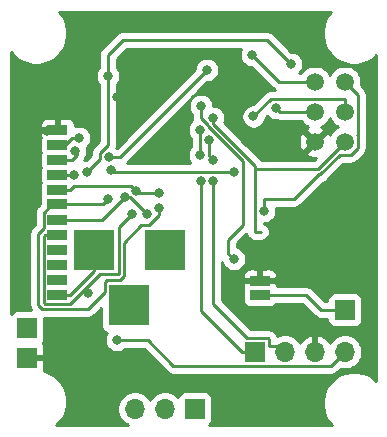
<source format=gbr>
G04 #@! TF.GenerationSoftware,KiCad,Pcbnew,(5.1.5)-3*
G04 #@! TF.CreationDate,2020-08-28T01:49:56-04:00*
G04 #@! TF.ProjectId,BikeLightComputer,42696b65-4c69-4676-9874-436f6d707574,rev?*
G04 #@! TF.SameCoordinates,Original*
G04 #@! TF.FileFunction,Copper,L2,Bot*
G04 #@! TF.FilePolarity,Positive*
%FSLAX46Y46*%
G04 Gerber Fmt 4.6, Leading zero omitted, Abs format (unit mm)*
G04 Created by KiCad (PCBNEW (5.1.5)-3) date 2020-08-28 01:49:56*
%MOMM*%
%LPD*%
G04 APERTURE LIST*
%ADD10R,1.676400X0.812800*%
%ADD11R,1.700000X1.700000*%
%ADD12O,1.700000X1.700000*%
%ADD13C,1.500000*%
%ADD14R,3.500000X3.500000*%
%ADD15C,0.800000*%
%ADD16C,0.250000*%
%ADD17C,0.254000*%
G04 APERTURE END LIST*
D10*
X165526720Y-83390740D03*
X148384260Y-70612000D03*
X148384260Y-74422000D03*
X148384260Y-83312000D03*
X148384260Y-79502000D03*
X148384260Y-78232000D03*
X148384260Y-76883260D03*
X148384260Y-73152000D03*
X148384260Y-84582000D03*
X165526720Y-84582000D03*
X148384260Y-71882000D03*
X148384260Y-75692000D03*
X148384260Y-80772000D03*
X148384260Y-82042000D03*
D11*
X172720000Y-85852000D03*
X145796000Y-87376000D03*
X145796000Y-89916000D03*
D12*
X172720000Y-89408000D03*
X170180000Y-89408000D03*
X167640000Y-89408000D03*
D11*
X165100000Y-89408000D03*
D13*
X172720000Y-66548000D03*
X172720000Y-69088000D03*
X172720000Y-71628000D03*
X170180000Y-66548000D03*
X170180000Y-69088000D03*
X170180000Y-71628000D03*
D12*
X154940000Y-94234000D03*
X157480000Y-94234000D03*
D11*
X160020000Y-94234000D03*
D14*
X154480000Y-85472000D03*
X151480000Y-80772000D03*
X157480000Y-80772000D03*
D15*
X156972000Y-72136000D03*
X153416000Y-67818000D03*
X156210000Y-64516000D03*
X147537010Y-70694654D03*
X156972000Y-67564000D03*
X163830000Y-70358000D03*
X165608000Y-81534000D03*
X164845992Y-64262000D03*
X153416004Y-88392000D03*
X154717141Y-77693601D03*
X151007660Y-84450340D03*
X150876000Y-74168000D03*
X152654000Y-66040000D03*
X168148000Y-65024000D03*
X152708440Y-72903336D03*
X161036000Y-65532000D03*
X163322000Y-74168000D03*
X152889699Y-74019479D03*
X163311530Y-81544470D03*
X160528000Y-68580000D03*
X161544000Y-74930000D03*
X161226017Y-71447747D03*
X161571571Y-73184832D03*
X160528000Y-74930000D03*
X160447002Y-72755729D03*
X160442581Y-70608696D03*
X154124551Y-76269191D03*
X165872011Y-77470000D03*
X155956000Y-77724000D03*
X155017376Y-75760057D03*
X156972000Y-75946000D03*
X164965690Y-69466991D03*
X161543993Y-69596007D03*
X152654000Y-76454000D03*
X157010001Y-77254001D03*
X166882351Y-68749418D03*
X149814998Y-74422000D03*
X150190626Y-71288054D03*
X149860000Y-72390000D03*
D16*
X149472460Y-84582000D02*
X148384260Y-84582000D01*
X151480000Y-82574460D02*
X149472460Y-84582000D01*
X151480000Y-80772000D02*
X151480000Y-82574460D01*
X148102695Y-70694654D02*
X147537010Y-70694654D01*
X148384260Y-70612000D02*
X148301606Y-70694654D01*
X148301606Y-70694654D02*
X148102695Y-70694654D01*
X165608000Y-83309460D02*
X165526720Y-83390740D01*
X165608000Y-81534000D02*
X165608000Y-83309460D01*
X148384260Y-79502000D02*
X147296060Y-79502000D01*
X147286059Y-85313401D02*
X149482461Y-85313401D01*
X147296060Y-79502000D02*
X147221059Y-79577001D01*
X147221059Y-79577001D02*
X147221059Y-85248401D01*
X147221059Y-85248401D02*
X147286059Y-85313401D01*
X149482461Y-85313401D02*
X150671931Y-84123931D01*
X167131992Y-66548000D02*
X165245991Y-64661999D01*
X165245991Y-64661999D02*
X164845992Y-64262000D01*
X170180000Y-66548000D02*
X167131992Y-66548000D01*
X156013685Y-88392000D02*
X153981689Y-88392000D01*
X158204686Y-90583001D02*
X156013685Y-88392000D01*
X153981689Y-88392000D02*
X153416004Y-88392000D01*
X172720000Y-89408000D02*
X171544999Y-90583001D01*
X171544999Y-90583001D02*
X158204686Y-90583001D01*
X153555001Y-78855741D02*
X154317142Y-78093600D01*
X151948861Y-82847001D02*
X153490001Y-82847001D01*
X153490001Y-82847001D02*
X153555001Y-82782001D01*
X150671931Y-84123931D02*
X151948861Y-82847001D01*
X154317142Y-78093600D02*
X154717141Y-77693601D01*
X153555001Y-82782001D02*
X153555001Y-78855741D01*
X150998340Y-84450340D02*
X151007660Y-84450340D01*
X150671931Y-84123931D02*
X150998340Y-84450340D01*
X151983438Y-72555334D02*
X152654000Y-71884772D01*
X151983438Y-73060562D02*
X151983438Y-72555334D01*
X150876000Y-74168000D02*
X151983438Y-73060562D01*
X152654000Y-69342000D02*
X152654000Y-66040000D01*
X152654000Y-71884772D02*
X152654000Y-69342000D01*
X152654000Y-66040000D02*
X152654000Y-64262000D01*
X152654000Y-64262000D02*
X153924000Y-62992000D01*
X153924000Y-62992000D02*
X166116000Y-62992000D01*
X166116000Y-62992000D02*
X168148000Y-65024000D01*
X160636001Y-65931999D02*
X161036000Y-65532000D01*
X152708440Y-72903336D02*
X153664664Y-72903336D01*
X153664664Y-72903336D02*
X160636001Y-65931999D01*
X163322000Y-74168000D02*
X153038220Y-74168000D01*
X153038220Y-74168000D02*
X152889699Y-74019479D01*
X164084000Y-78682996D02*
X164084000Y-73280411D01*
X162850998Y-79915998D02*
X164084000Y-78682996D01*
X160528000Y-69605320D02*
X160528000Y-69145685D01*
X160528000Y-69145685D02*
X160528000Y-68580000D01*
X162850998Y-81083938D02*
X162850998Y-79915998D01*
X161093982Y-70290393D02*
X161093982Y-70171302D01*
X161093982Y-70171302D02*
X160528000Y-69605320D01*
X163311530Y-81544470D02*
X162850998Y-81083938D01*
X164084000Y-73280411D02*
X161093982Y-70290393D01*
X165526720Y-84582000D02*
X169418000Y-84582000D01*
X170688000Y-85852000D02*
X172720000Y-85852000D01*
X169418000Y-84582000D02*
X170688000Y-85852000D01*
X166275001Y-88900000D02*
X167132000Y-88900000D01*
X167132000Y-88900000D02*
X167640000Y-89408000D01*
X161544000Y-85344000D02*
X164432999Y-88232999D01*
X161544000Y-74930000D02*
X161544000Y-85344000D01*
X166275001Y-88297999D02*
X166275001Y-88900000D01*
X164432999Y-88232999D02*
X166210001Y-88232999D01*
X166210001Y-88232999D02*
X166275001Y-88297999D01*
X161226017Y-71447747D02*
X161226017Y-72839278D01*
X161226017Y-72839278D02*
X161571571Y-73184832D01*
X164000000Y-89408000D02*
X160528000Y-85936000D01*
X165100000Y-89408000D02*
X164000000Y-89408000D01*
X160528000Y-85936000D02*
X160528000Y-74930000D01*
X160442581Y-72751308D02*
X160447002Y-72755729D01*
X160442581Y-70608696D02*
X160442581Y-72751308D01*
X148384260Y-78232000D02*
X152161742Y-78232000D01*
X152161742Y-78232000D02*
X154124551Y-76269191D01*
X155956000Y-77724000D02*
X154501191Y-76269191D01*
X154501191Y-76269191D02*
X154124551Y-76269191D01*
X165872011Y-76443989D02*
X165872011Y-77470000D01*
X173795001Y-71111999D02*
X173795001Y-72144001D01*
X173769501Y-71086499D02*
X173795001Y-71111999D01*
X173795001Y-67623001D02*
X173795001Y-71060999D01*
X173795001Y-72144001D02*
X173236001Y-72703001D01*
X173236001Y-72703001D02*
X172281409Y-72703001D01*
X172281409Y-72703001D02*
X170620401Y-74364009D01*
X173795001Y-71060999D02*
X173769501Y-71086499D01*
X170620401Y-74364009D02*
X170491991Y-74364009D01*
X172720000Y-66548000D02*
X173795001Y-67623001D01*
X170491991Y-74364009D02*
X168412011Y-76443989D01*
X168412011Y-76443989D02*
X165872011Y-76443989D01*
X148384260Y-75692000D02*
X149472460Y-75692000D01*
X154617377Y-75360058D02*
X155017376Y-75760057D01*
X149472460Y-75692000D02*
X149804402Y-75360058D01*
X149804402Y-75360058D02*
X154617377Y-75360058D01*
X155203319Y-75946000D02*
X155017376Y-75760057D01*
X156972000Y-75946000D02*
X155203319Y-75946000D01*
X172720000Y-68027340D02*
X172720000Y-69088000D01*
X172705659Y-68012999D02*
X172720000Y-68027340D01*
X166419682Y-68012999D02*
X172705659Y-68012999D01*
X164965690Y-69466991D02*
X166419682Y-68012999D01*
X161543993Y-70103993D02*
X161543993Y-69596007D01*
X165100000Y-73660000D02*
X161543993Y-70103993D01*
X165608000Y-79248000D02*
X165100000Y-79248000D01*
X170434000Y-73914000D02*
X165100000Y-73914000D01*
X172720000Y-71628000D02*
X170434000Y-73914000D01*
X165100000Y-79248000D02*
X165100000Y-73914000D01*
X165100000Y-73914000D02*
X165100000Y-73660000D01*
X148384260Y-76883260D02*
X152224740Y-76883260D01*
X152224740Y-76883260D02*
X152654000Y-76454000D01*
X167220933Y-69088000D02*
X166882351Y-68749418D01*
X170180000Y-69088000D02*
X167220933Y-69088000D01*
X147221059Y-78940592D02*
X146771049Y-79390601D01*
X146771049Y-79390601D02*
X146771050Y-85434802D01*
X147099659Y-85763411D02*
X150964589Y-85763411D01*
X155469999Y-78696999D02*
X156132688Y-78696999D01*
X147221059Y-77614661D02*
X147221059Y-78940592D01*
X157010001Y-77819686D02*
X157010001Y-77254001D01*
X154005012Y-82968401D02*
X154005012Y-80161986D01*
X148384260Y-76883260D02*
X147952460Y-76883260D01*
X152404999Y-84323001D02*
X152404999Y-83461999D01*
X153676401Y-83297012D02*
X154005012Y-82968401D01*
X150964589Y-85763411D02*
X152404999Y-84323001D01*
X156132688Y-78696999D02*
X157010001Y-77819686D01*
X152569986Y-83297012D02*
X153676401Y-83297012D01*
X152404999Y-83461999D02*
X152569986Y-83297012D01*
X147952460Y-76883260D02*
X147221059Y-77614661D01*
X154005012Y-80161986D02*
X155469999Y-78696999D01*
X146771050Y-85434802D02*
X147099659Y-85763411D01*
X148384260Y-74422000D02*
X149814998Y-74422000D01*
X149030995Y-71882000D02*
X149624941Y-71288054D01*
X149624941Y-71288054D02*
X150190626Y-71288054D01*
X148384260Y-71882000D02*
X149030995Y-71882000D01*
X149606000Y-73152000D02*
X150005999Y-72752001D01*
X150005999Y-72752001D02*
X150005999Y-72535999D01*
X148384260Y-73152000D02*
X149606000Y-73152000D01*
X150005999Y-72535999D02*
X149860000Y-72390000D01*
D17*
G36*
X171422852Y-60745904D02*
G01*
X171132735Y-61180095D01*
X170932899Y-61662542D01*
X170831024Y-62174705D01*
X170831024Y-62696901D01*
X170932899Y-63209064D01*
X171132735Y-63691511D01*
X171422852Y-64125702D01*
X171792101Y-64494951D01*
X172226292Y-64785068D01*
X172708739Y-64984904D01*
X173220902Y-65086779D01*
X173743098Y-65086779D01*
X174255261Y-64984904D01*
X174737708Y-64785068D01*
X175171899Y-64494951D01*
X175362000Y-64304850D01*
X175362001Y-91856954D01*
X175171899Y-91666852D01*
X174737708Y-91376735D01*
X174255261Y-91176899D01*
X173743098Y-91075024D01*
X173220902Y-91075024D01*
X172708739Y-91176899D01*
X172226292Y-91376735D01*
X171792101Y-91666852D01*
X171422852Y-92036101D01*
X171132735Y-92470292D01*
X170932899Y-92952739D01*
X170831024Y-93464902D01*
X170831024Y-93987098D01*
X170932899Y-94499261D01*
X171132735Y-94981708D01*
X171422852Y-95415899D01*
X171612953Y-95606000D01*
X161234896Y-95606000D01*
X161321185Y-95535185D01*
X161400537Y-95438494D01*
X161459502Y-95328180D01*
X161495812Y-95208482D01*
X161508072Y-95084000D01*
X161508072Y-93384000D01*
X161495812Y-93259518D01*
X161459502Y-93139820D01*
X161400537Y-93029506D01*
X161321185Y-92932815D01*
X161224494Y-92853463D01*
X161114180Y-92794498D01*
X160994482Y-92758188D01*
X160870000Y-92745928D01*
X159170000Y-92745928D01*
X159045518Y-92758188D01*
X158925820Y-92794498D01*
X158815506Y-92853463D01*
X158718815Y-92932815D01*
X158639463Y-93029506D01*
X158580498Y-93139820D01*
X158558487Y-93212380D01*
X158426632Y-93080525D01*
X158183411Y-92918010D01*
X157913158Y-92806068D01*
X157626260Y-92749000D01*
X157333740Y-92749000D01*
X157046842Y-92806068D01*
X156776589Y-92918010D01*
X156533368Y-93080525D01*
X156326525Y-93287368D01*
X156210000Y-93461760D01*
X156093475Y-93287368D01*
X155886632Y-93080525D01*
X155643411Y-92918010D01*
X155373158Y-92806068D01*
X155086260Y-92749000D01*
X154793740Y-92749000D01*
X154506842Y-92806068D01*
X154236589Y-92918010D01*
X153993368Y-93080525D01*
X153786525Y-93287368D01*
X153624010Y-93530589D01*
X153512068Y-93800842D01*
X153455000Y-94087740D01*
X153455000Y-94380260D01*
X153512068Y-94667158D01*
X153624010Y-94937411D01*
X153786525Y-95180632D01*
X153993368Y-95387475D01*
X154236589Y-95549990D01*
X154371810Y-95606000D01*
X148299170Y-95606000D01*
X148617148Y-95288022D01*
X148907265Y-94853831D01*
X149107101Y-94371384D01*
X149208976Y-93859221D01*
X149208976Y-93337025D01*
X149107101Y-92824862D01*
X148907265Y-92342415D01*
X148617148Y-91908224D01*
X148247899Y-91538975D01*
X147813708Y-91248858D01*
X147331261Y-91049022D01*
X147225938Y-91028072D01*
X147235502Y-91010180D01*
X147271812Y-90890482D01*
X147284072Y-90766000D01*
X147281000Y-90201750D01*
X147122250Y-90043000D01*
X145923000Y-90043000D01*
X145923000Y-90063000D01*
X145669000Y-90063000D01*
X145669000Y-90043000D01*
X145649000Y-90043000D01*
X145649000Y-89789000D01*
X145669000Y-89789000D01*
X145669000Y-89769000D01*
X145923000Y-89769000D01*
X145923000Y-89789000D01*
X147122250Y-89789000D01*
X147281000Y-89630250D01*
X147284072Y-89066000D01*
X147271812Y-88941518D01*
X147235502Y-88821820D01*
X147176537Y-88711506D01*
X147122778Y-88646000D01*
X147176537Y-88580494D01*
X147235502Y-88470180D01*
X147271812Y-88350482D01*
X147284072Y-88226000D01*
X147284072Y-86526000D01*
X147283817Y-86523411D01*
X150927267Y-86523411D01*
X150964589Y-86527087D01*
X151001911Y-86523411D01*
X151001922Y-86523411D01*
X151113575Y-86512414D01*
X151256836Y-86468957D01*
X151388865Y-86398385D01*
X151504590Y-86303412D01*
X151528393Y-86274408D01*
X152091928Y-85710873D01*
X152091928Y-87222000D01*
X152104188Y-87346482D01*
X152140498Y-87466180D01*
X152199463Y-87576494D01*
X152278815Y-87673185D01*
X152375506Y-87752537D01*
X152485820Y-87811502D01*
X152546747Y-87829984D01*
X152498799Y-87901744D01*
X152420778Y-88090102D01*
X152381004Y-88290061D01*
X152381004Y-88493939D01*
X152420778Y-88693898D01*
X152498799Y-88882256D01*
X152612067Y-89051774D01*
X152756230Y-89195937D01*
X152925748Y-89309205D01*
X153114106Y-89387226D01*
X153314065Y-89427000D01*
X153517943Y-89427000D01*
X153717902Y-89387226D01*
X153906260Y-89309205D01*
X154075778Y-89195937D01*
X154119715Y-89152000D01*
X155698884Y-89152000D01*
X157640887Y-91094004D01*
X157664685Y-91123002D01*
X157780410Y-91217975D01*
X157912439Y-91288547D01*
X158055700Y-91332004D01*
X158167353Y-91343001D01*
X158167362Y-91343001D01*
X158204685Y-91346677D01*
X158242008Y-91343001D01*
X171507677Y-91343001D01*
X171544999Y-91346677D01*
X171582321Y-91343001D01*
X171582332Y-91343001D01*
X171693985Y-91332004D01*
X171837246Y-91288547D01*
X171969275Y-91217975D01*
X172085000Y-91123002D01*
X172108803Y-91093998D01*
X172353592Y-90849209D01*
X172573740Y-90893000D01*
X172866260Y-90893000D01*
X173153158Y-90835932D01*
X173423411Y-90723990D01*
X173666632Y-90561475D01*
X173873475Y-90354632D01*
X174035990Y-90111411D01*
X174147932Y-89841158D01*
X174205000Y-89554260D01*
X174205000Y-89261740D01*
X174147932Y-88974842D01*
X174035990Y-88704589D01*
X173873475Y-88461368D01*
X173666632Y-88254525D01*
X173423411Y-88092010D01*
X173153158Y-87980068D01*
X172866260Y-87923000D01*
X172573740Y-87923000D01*
X172286842Y-87980068D01*
X172016589Y-88092010D01*
X171773368Y-88254525D01*
X171566525Y-88461368D01*
X171444805Y-88643534D01*
X171375178Y-88526645D01*
X171180269Y-88310412D01*
X170946920Y-88136359D01*
X170684099Y-88011175D01*
X170536890Y-87966524D01*
X170307000Y-88087845D01*
X170307000Y-89281000D01*
X170327000Y-89281000D01*
X170327000Y-89535000D01*
X170307000Y-89535000D01*
X170307000Y-89555000D01*
X170053000Y-89555000D01*
X170053000Y-89535000D01*
X170033000Y-89535000D01*
X170033000Y-89281000D01*
X170053000Y-89281000D01*
X170053000Y-88087845D01*
X169823110Y-87966524D01*
X169675901Y-88011175D01*
X169413080Y-88136359D01*
X169179731Y-88310412D01*
X168984822Y-88526645D01*
X168915195Y-88643534D01*
X168793475Y-88461368D01*
X168586632Y-88254525D01*
X168343411Y-88092010D01*
X168073158Y-87980068D01*
X167786260Y-87923000D01*
X167493740Y-87923000D01*
X167206842Y-87980068D01*
X166998885Y-88066206D01*
X166980547Y-88005752D01*
X166909975Y-87873723D01*
X166815002Y-87757998D01*
X166785999Y-87734196D01*
X166773805Y-87722002D01*
X166750002Y-87692998D01*
X166634277Y-87598025D01*
X166502248Y-87527453D01*
X166358987Y-87483996D01*
X166247334Y-87472999D01*
X166247323Y-87472999D01*
X166210001Y-87469323D01*
X166172679Y-87472999D01*
X164747801Y-87472999D01*
X162304000Y-85029199D01*
X162304000Y-83797140D01*
X164050448Y-83797140D01*
X164062708Y-83921622D01*
X164082349Y-83986370D01*
X164062708Y-84051118D01*
X164050448Y-84175600D01*
X164050448Y-84988400D01*
X164062708Y-85112882D01*
X164099018Y-85232580D01*
X164157983Y-85342894D01*
X164237335Y-85439585D01*
X164334026Y-85518937D01*
X164444340Y-85577902D01*
X164564038Y-85614212D01*
X164688520Y-85626472D01*
X166364920Y-85626472D01*
X166489402Y-85614212D01*
X166609100Y-85577902D01*
X166719414Y-85518937D01*
X166816105Y-85439585D01*
X166895457Y-85342894D01*
X166895935Y-85342000D01*
X169103199Y-85342000D01*
X170124201Y-86363003D01*
X170147999Y-86392001D01*
X170263724Y-86486974D01*
X170395753Y-86557546D01*
X170539014Y-86601003D01*
X170650667Y-86612000D01*
X170650676Y-86612000D01*
X170687999Y-86615676D01*
X170725322Y-86612000D01*
X171231928Y-86612000D01*
X171231928Y-86702000D01*
X171244188Y-86826482D01*
X171280498Y-86946180D01*
X171339463Y-87056494D01*
X171418815Y-87153185D01*
X171515506Y-87232537D01*
X171625820Y-87291502D01*
X171745518Y-87327812D01*
X171870000Y-87340072D01*
X173570000Y-87340072D01*
X173694482Y-87327812D01*
X173814180Y-87291502D01*
X173924494Y-87232537D01*
X174021185Y-87153185D01*
X174100537Y-87056494D01*
X174159502Y-86946180D01*
X174195812Y-86826482D01*
X174208072Y-86702000D01*
X174208072Y-85002000D01*
X174195812Y-84877518D01*
X174159502Y-84757820D01*
X174100537Y-84647506D01*
X174021185Y-84550815D01*
X173924494Y-84471463D01*
X173814180Y-84412498D01*
X173694482Y-84376188D01*
X173570000Y-84363928D01*
X171870000Y-84363928D01*
X171745518Y-84376188D01*
X171625820Y-84412498D01*
X171515506Y-84471463D01*
X171418815Y-84550815D01*
X171339463Y-84647506D01*
X171280498Y-84757820D01*
X171244188Y-84877518D01*
X171231928Y-85002000D01*
X171231928Y-85092000D01*
X171002802Y-85092000D01*
X169981804Y-84071003D01*
X169958001Y-84041999D01*
X169842276Y-83947026D01*
X169710247Y-83876454D01*
X169566986Y-83832997D01*
X169455333Y-83822000D01*
X169455322Y-83822000D01*
X169418000Y-83818324D01*
X169380678Y-83822000D01*
X167000544Y-83822000D01*
X167002992Y-83797140D01*
X166999920Y-83676490D01*
X166841170Y-83517740D01*
X165653720Y-83517740D01*
X165653720Y-83537528D01*
X165399720Y-83537528D01*
X165399720Y-83517740D01*
X164212270Y-83517740D01*
X164053520Y-83676490D01*
X164050448Y-83797140D01*
X162304000Y-83797140D01*
X162304000Y-82984340D01*
X164050448Y-82984340D01*
X164053520Y-83104990D01*
X164212270Y-83263740D01*
X165399720Y-83263740D01*
X165399720Y-82508090D01*
X165653720Y-82508090D01*
X165653720Y-83263740D01*
X166841170Y-83263740D01*
X166999920Y-83104990D01*
X167002992Y-82984340D01*
X166990732Y-82859858D01*
X166954422Y-82740160D01*
X166895457Y-82629846D01*
X166816105Y-82533155D01*
X166719414Y-82453803D01*
X166609100Y-82394838D01*
X166489402Y-82358528D01*
X166364920Y-82346268D01*
X165812470Y-82349340D01*
X165653720Y-82508090D01*
X165399720Y-82508090D01*
X165240970Y-82349340D01*
X164688520Y-82346268D01*
X164564038Y-82358528D01*
X164444340Y-82394838D01*
X164334026Y-82453803D01*
X164237335Y-82533155D01*
X164157983Y-82629846D01*
X164099018Y-82740160D01*
X164062708Y-82859858D01*
X164050448Y-82984340D01*
X162304000Y-82984340D01*
X162304000Y-81784511D01*
X162316304Y-81846368D01*
X162394325Y-82034726D01*
X162507593Y-82204244D01*
X162651756Y-82348407D01*
X162821274Y-82461675D01*
X163009632Y-82539696D01*
X163209591Y-82579470D01*
X163413469Y-82579470D01*
X163613428Y-82539696D01*
X163801786Y-82461675D01*
X163971304Y-82348407D01*
X164115467Y-82204244D01*
X164228735Y-82034726D01*
X164306756Y-81846368D01*
X164346530Y-81646409D01*
X164346530Y-81442531D01*
X164306756Y-81242572D01*
X164228735Y-81054214D01*
X164115467Y-80884696D01*
X163971304Y-80740533D01*
X163801786Y-80627265D01*
X163613428Y-80549244D01*
X163610998Y-80548761D01*
X163610998Y-80230799D01*
X164372832Y-79468966D01*
X164394454Y-79540247D01*
X164465026Y-79672276D01*
X164559999Y-79788001D01*
X164675724Y-79882974D01*
X164807753Y-79953546D01*
X164951014Y-79997003D01*
X165100000Y-80011677D01*
X165137333Y-80008000D01*
X165645333Y-80008000D01*
X165756986Y-79997003D01*
X165900247Y-79953546D01*
X166032276Y-79882974D01*
X166148001Y-79788001D01*
X166242974Y-79672276D01*
X166313546Y-79540247D01*
X166357003Y-79396986D01*
X166371677Y-79248000D01*
X166357003Y-79099014D01*
X166313546Y-78955753D01*
X166242974Y-78823724D01*
X166148001Y-78707999D01*
X166032276Y-78613026D01*
X165900247Y-78542454D01*
X165860000Y-78530245D01*
X165860000Y-78505000D01*
X165973950Y-78505000D01*
X166173909Y-78465226D01*
X166362267Y-78387205D01*
X166531785Y-78273937D01*
X166675948Y-78129774D01*
X166789216Y-77960256D01*
X166867237Y-77771898D01*
X166907011Y-77571939D01*
X166907011Y-77368061D01*
X166874375Y-77203989D01*
X168374689Y-77203989D01*
X168412011Y-77207665D01*
X168449333Y-77203989D01*
X168449344Y-77203989D01*
X168560997Y-77192992D01*
X168704258Y-77149535D01*
X168836287Y-77078963D01*
X168952012Y-76983990D01*
X168975815Y-76954986D01*
X170838866Y-75091936D01*
X170912648Y-75069555D01*
X171044677Y-74998983D01*
X171160402Y-74904010D01*
X171184205Y-74875006D01*
X172596211Y-73463001D01*
X173198679Y-73463001D01*
X173236001Y-73466677D01*
X173273323Y-73463001D01*
X173273334Y-73463001D01*
X173384987Y-73452004D01*
X173528248Y-73408547D01*
X173660277Y-73337975D01*
X173776002Y-73243002D01*
X173799804Y-73213999D01*
X174306008Y-72707796D01*
X174335002Y-72684002D01*
X174358796Y-72655009D01*
X174358800Y-72655005D01*
X174429974Y-72568278D01*
X174436893Y-72555334D01*
X174500547Y-72436248D01*
X174544004Y-72292987D01*
X174555001Y-72181334D01*
X174555001Y-72181325D01*
X174558677Y-72144002D01*
X174555001Y-72106679D01*
X174555001Y-71149321D01*
X174558677Y-71111998D01*
X174556166Y-71086499D01*
X174558677Y-71061000D01*
X174555001Y-71023677D01*
X174555001Y-67660323D01*
X174558677Y-67623001D01*
X174555001Y-67585678D01*
X174555001Y-67585668D01*
X174544004Y-67474015D01*
X174500547Y-67330754D01*
X174495758Y-67321794D01*
X174429975Y-67198724D01*
X174358800Y-67111998D01*
X174335002Y-67083000D01*
X174306005Y-67059203D01*
X174076167Y-66829365D01*
X174105000Y-66684411D01*
X174105000Y-66411589D01*
X174051775Y-66144011D01*
X173947371Y-65891957D01*
X173795799Y-65665114D01*
X173602886Y-65472201D01*
X173376043Y-65320629D01*
X173123989Y-65216225D01*
X172856411Y-65163000D01*
X172583589Y-65163000D01*
X172316011Y-65216225D01*
X172063957Y-65320629D01*
X171837114Y-65472201D01*
X171644201Y-65665114D01*
X171492629Y-65891957D01*
X171450000Y-65994873D01*
X171407371Y-65891957D01*
X171255799Y-65665114D01*
X171062886Y-65472201D01*
X170836043Y-65320629D01*
X170583989Y-65216225D01*
X170316411Y-65163000D01*
X170043589Y-65163000D01*
X169776011Y-65216225D01*
X169523957Y-65320629D01*
X169297114Y-65472201D01*
X169104201Y-65665114D01*
X169022091Y-65788000D01*
X168847711Y-65788000D01*
X168951937Y-65683774D01*
X169065205Y-65514256D01*
X169143226Y-65325898D01*
X169183000Y-65125939D01*
X169183000Y-64922061D01*
X169143226Y-64722102D01*
X169065205Y-64533744D01*
X168951937Y-64364226D01*
X168807774Y-64220063D01*
X168638256Y-64106795D01*
X168449898Y-64028774D01*
X168249939Y-63989000D01*
X168187802Y-63989000D01*
X166679804Y-62481003D01*
X166656001Y-62451999D01*
X166540276Y-62357026D01*
X166408247Y-62286454D01*
X166264986Y-62242997D01*
X166153333Y-62232000D01*
X166153322Y-62232000D01*
X166116000Y-62228324D01*
X166078678Y-62232000D01*
X153961322Y-62232000D01*
X153923999Y-62228324D01*
X153886676Y-62232000D01*
X153886667Y-62232000D01*
X153775014Y-62242997D01*
X153631753Y-62286454D01*
X153499724Y-62357026D01*
X153383999Y-62451999D01*
X153360201Y-62480997D01*
X152142998Y-63698201D01*
X152114000Y-63721999D01*
X152090202Y-63750997D01*
X152090201Y-63750998D01*
X152019026Y-63837724D01*
X151948454Y-63969754D01*
X151931082Y-64027025D01*
X151904998Y-64113014D01*
X151894001Y-64224667D01*
X151890324Y-64262000D01*
X151894001Y-64299332D01*
X151894000Y-65336289D01*
X151850063Y-65380226D01*
X151736795Y-65549744D01*
X151658774Y-65738102D01*
X151619000Y-65938061D01*
X151619000Y-66141939D01*
X151658774Y-66341898D01*
X151736795Y-66530256D01*
X151850063Y-66699774D01*
X151894001Y-66743712D01*
X151894000Y-69379332D01*
X151894001Y-69379342D01*
X151894000Y-71569970D01*
X151472436Y-71991535D01*
X151443438Y-72015333D01*
X151348464Y-72131058D01*
X151277892Y-72263087D01*
X151234435Y-72406348D01*
X151223438Y-72518001D01*
X151223438Y-72518012D01*
X151219762Y-72555334D01*
X151223438Y-72592656D01*
X151223438Y-72745760D01*
X150836199Y-73133000D01*
X150774061Y-73133000D01*
X150651024Y-73157473D01*
X150711545Y-73044248D01*
X150748059Y-72923877D01*
X150777205Y-72880256D01*
X150855226Y-72691898D01*
X150895000Y-72491939D01*
X150895000Y-72288061D01*
X150855226Y-72088102D01*
X150854952Y-72087439D01*
X150994563Y-71947828D01*
X151107831Y-71778310D01*
X151185852Y-71589952D01*
X151225626Y-71389993D01*
X151225626Y-71186115D01*
X151185852Y-70986156D01*
X151107831Y-70797798D01*
X150994563Y-70628280D01*
X150850400Y-70484117D01*
X150680882Y-70370849D01*
X150492524Y-70292828D01*
X150292565Y-70253054D01*
X150088687Y-70253054D01*
X149888728Y-70292828D01*
X149857987Y-70305562D01*
X149860532Y-70205600D01*
X149848272Y-70081118D01*
X149811962Y-69961420D01*
X149752997Y-69851106D01*
X149673645Y-69754415D01*
X149576954Y-69675063D01*
X149466640Y-69616098D01*
X149346942Y-69579788D01*
X149222460Y-69567528D01*
X148670010Y-69570600D01*
X148511260Y-69729350D01*
X148511260Y-70485000D01*
X148531260Y-70485000D01*
X148531260Y-70739000D01*
X148511260Y-70739000D01*
X148511260Y-70759000D01*
X148257260Y-70759000D01*
X148257260Y-70739000D01*
X147069810Y-70739000D01*
X146911060Y-70897750D01*
X146907988Y-71018400D01*
X146920248Y-71142882D01*
X146951832Y-71247000D01*
X146920248Y-71351118D01*
X146907988Y-71475600D01*
X146907988Y-72288400D01*
X146920248Y-72412882D01*
X146951832Y-72517000D01*
X146920248Y-72621118D01*
X146907988Y-72745600D01*
X146907988Y-73558400D01*
X146920248Y-73682882D01*
X146951832Y-73787000D01*
X146920248Y-73891118D01*
X146907988Y-74015600D01*
X146907988Y-74828400D01*
X146920248Y-74952882D01*
X146951832Y-75057000D01*
X146920248Y-75161118D01*
X146907988Y-75285600D01*
X146907988Y-76098400D01*
X146920248Y-76222882D01*
X146939889Y-76287630D01*
X146920248Y-76352378D01*
X146907988Y-76476860D01*
X146907988Y-76852931D01*
X146710061Y-77050858D01*
X146681058Y-77074660D01*
X146648658Y-77114140D01*
X146586085Y-77190385D01*
X146538353Y-77279685D01*
X146515513Y-77322415D01*
X146472056Y-77465676D01*
X146461059Y-77577329D01*
X146461059Y-77577339D01*
X146457383Y-77614661D01*
X146461059Y-77651984D01*
X146461060Y-78625789D01*
X146260042Y-78826806D01*
X146231048Y-78850601D01*
X146207254Y-78879594D01*
X146207250Y-78879598D01*
X146156017Y-78942027D01*
X146136075Y-78966326D01*
X146065503Y-79098355D01*
X146022046Y-79241616D01*
X146011049Y-79353269D01*
X146011049Y-79353278D01*
X146007373Y-79390601D01*
X146011049Y-79427926D01*
X146011051Y-85397470D01*
X146007374Y-85434802D01*
X146011051Y-85472134D01*
X146011051Y-85472135D01*
X146022048Y-85583788D01*
X146031342Y-85614426D01*
X146065504Y-85727048D01*
X146136076Y-85859078D01*
X146159753Y-85887928D01*
X144946000Y-85887928D01*
X144821518Y-85900188D01*
X144701820Y-85936498D01*
X144591506Y-85995463D01*
X144494815Y-86074815D01*
X144424000Y-86161104D01*
X144424000Y-70205600D01*
X146907988Y-70205600D01*
X146911060Y-70326250D01*
X147069810Y-70485000D01*
X148257260Y-70485000D01*
X148257260Y-69729350D01*
X148098510Y-69570600D01*
X147546060Y-69567528D01*
X147421578Y-69579788D01*
X147301880Y-69616098D01*
X147191566Y-69675063D01*
X147094875Y-69754415D01*
X147015523Y-69851106D01*
X146956558Y-69961420D01*
X146920248Y-70081118D01*
X146907988Y-70205600D01*
X144424000Y-70205600D01*
X144424000Y-64013678D01*
X144498852Y-64125702D01*
X144868101Y-64494951D01*
X145302292Y-64785068D01*
X145784739Y-64984904D01*
X146296902Y-65086779D01*
X146819098Y-65086779D01*
X147331261Y-64984904D01*
X147813708Y-64785068D01*
X148247899Y-64494951D01*
X148617148Y-64125702D01*
X148907265Y-63691511D01*
X149107101Y-63209064D01*
X149208976Y-62696901D01*
X149208976Y-62174705D01*
X149107101Y-61662542D01*
X148907265Y-61180095D01*
X148617148Y-60745904D01*
X148475244Y-60604000D01*
X171564756Y-60604000D01*
X171422852Y-60745904D01*
G37*
X171422852Y-60745904D02*
X171132735Y-61180095D01*
X170932899Y-61662542D01*
X170831024Y-62174705D01*
X170831024Y-62696901D01*
X170932899Y-63209064D01*
X171132735Y-63691511D01*
X171422852Y-64125702D01*
X171792101Y-64494951D01*
X172226292Y-64785068D01*
X172708739Y-64984904D01*
X173220902Y-65086779D01*
X173743098Y-65086779D01*
X174255261Y-64984904D01*
X174737708Y-64785068D01*
X175171899Y-64494951D01*
X175362000Y-64304850D01*
X175362001Y-91856954D01*
X175171899Y-91666852D01*
X174737708Y-91376735D01*
X174255261Y-91176899D01*
X173743098Y-91075024D01*
X173220902Y-91075024D01*
X172708739Y-91176899D01*
X172226292Y-91376735D01*
X171792101Y-91666852D01*
X171422852Y-92036101D01*
X171132735Y-92470292D01*
X170932899Y-92952739D01*
X170831024Y-93464902D01*
X170831024Y-93987098D01*
X170932899Y-94499261D01*
X171132735Y-94981708D01*
X171422852Y-95415899D01*
X171612953Y-95606000D01*
X161234896Y-95606000D01*
X161321185Y-95535185D01*
X161400537Y-95438494D01*
X161459502Y-95328180D01*
X161495812Y-95208482D01*
X161508072Y-95084000D01*
X161508072Y-93384000D01*
X161495812Y-93259518D01*
X161459502Y-93139820D01*
X161400537Y-93029506D01*
X161321185Y-92932815D01*
X161224494Y-92853463D01*
X161114180Y-92794498D01*
X160994482Y-92758188D01*
X160870000Y-92745928D01*
X159170000Y-92745928D01*
X159045518Y-92758188D01*
X158925820Y-92794498D01*
X158815506Y-92853463D01*
X158718815Y-92932815D01*
X158639463Y-93029506D01*
X158580498Y-93139820D01*
X158558487Y-93212380D01*
X158426632Y-93080525D01*
X158183411Y-92918010D01*
X157913158Y-92806068D01*
X157626260Y-92749000D01*
X157333740Y-92749000D01*
X157046842Y-92806068D01*
X156776589Y-92918010D01*
X156533368Y-93080525D01*
X156326525Y-93287368D01*
X156210000Y-93461760D01*
X156093475Y-93287368D01*
X155886632Y-93080525D01*
X155643411Y-92918010D01*
X155373158Y-92806068D01*
X155086260Y-92749000D01*
X154793740Y-92749000D01*
X154506842Y-92806068D01*
X154236589Y-92918010D01*
X153993368Y-93080525D01*
X153786525Y-93287368D01*
X153624010Y-93530589D01*
X153512068Y-93800842D01*
X153455000Y-94087740D01*
X153455000Y-94380260D01*
X153512068Y-94667158D01*
X153624010Y-94937411D01*
X153786525Y-95180632D01*
X153993368Y-95387475D01*
X154236589Y-95549990D01*
X154371810Y-95606000D01*
X148299170Y-95606000D01*
X148617148Y-95288022D01*
X148907265Y-94853831D01*
X149107101Y-94371384D01*
X149208976Y-93859221D01*
X149208976Y-93337025D01*
X149107101Y-92824862D01*
X148907265Y-92342415D01*
X148617148Y-91908224D01*
X148247899Y-91538975D01*
X147813708Y-91248858D01*
X147331261Y-91049022D01*
X147225938Y-91028072D01*
X147235502Y-91010180D01*
X147271812Y-90890482D01*
X147284072Y-90766000D01*
X147281000Y-90201750D01*
X147122250Y-90043000D01*
X145923000Y-90043000D01*
X145923000Y-90063000D01*
X145669000Y-90063000D01*
X145669000Y-90043000D01*
X145649000Y-90043000D01*
X145649000Y-89789000D01*
X145669000Y-89789000D01*
X145669000Y-89769000D01*
X145923000Y-89769000D01*
X145923000Y-89789000D01*
X147122250Y-89789000D01*
X147281000Y-89630250D01*
X147284072Y-89066000D01*
X147271812Y-88941518D01*
X147235502Y-88821820D01*
X147176537Y-88711506D01*
X147122778Y-88646000D01*
X147176537Y-88580494D01*
X147235502Y-88470180D01*
X147271812Y-88350482D01*
X147284072Y-88226000D01*
X147284072Y-86526000D01*
X147283817Y-86523411D01*
X150927267Y-86523411D01*
X150964589Y-86527087D01*
X151001911Y-86523411D01*
X151001922Y-86523411D01*
X151113575Y-86512414D01*
X151256836Y-86468957D01*
X151388865Y-86398385D01*
X151504590Y-86303412D01*
X151528393Y-86274408D01*
X152091928Y-85710873D01*
X152091928Y-87222000D01*
X152104188Y-87346482D01*
X152140498Y-87466180D01*
X152199463Y-87576494D01*
X152278815Y-87673185D01*
X152375506Y-87752537D01*
X152485820Y-87811502D01*
X152546747Y-87829984D01*
X152498799Y-87901744D01*
X152420778Y-88090102D01*
X152381004Y-88290061D01*
X152381004Y-88493939D01*
X152420778Y-88693898D01*
X152498799Y-88882256D01*
X152612067Y-89051774D01*
X152756230Y-89195937D01*
X152925748Y-89309205D01*
X153114106Y-89387226D01*
X153314065Y-89427000D01*
X153517943Y-89427000D01*
X153717902Y-89387226D01*
X153906260Y-89309205D01*
X154075778Y-89195937D01*
X154119715Y-89152000D01*
X155698884Y-89152000D01*
X157640887Y-91094004D01*
X157664685Y-91123002D01*
X157780410Y-91217975D01*
X157912439Y-91288547D01*
X158055700Y-91332004D01*
X158167353Y-91343001D01*
X158167362Y-91343001D01*
X158204685Y-91346677D01*
X158242008Y-91343001D01*
X171507677Y-91343001D01*
X171544999Y-91346677D01*
X171582321Y-91343001D01*
X171582332Y-91343001D01*
X171693985Y-91332004D01*
X171837246Y-91288547D01*
X171969275Y-91217975D01*
X172085000Y-91123002D01*
X172108803Y-91093998D01*
X172353592Y-90849209D01*
X172573740Y-90893000D01*
X172866260Y-90893000D01*
X173153158Y-90835932D01*
X173423411Y-90723990D01*
X173666632Y-90561475D01*
X173873475Y-90354632D01*
X174035990Y-90111411D01*
X174147932Y-89841158D01*
X174205000Y-89554260D01*
X174205000Y-89261740D01*
X174147932Y-88974842D01*
X174035990Y-88704589D01*
X173873475Y-88461368D01*
X173666632Y-88254525D01*
X173423411Y-88092010D01*
X173153158Y-87980068D01*
X172866260Y-87923000D01*
X172573740Y-87923000D01*
X172286842Y-87980068D01*
X172016589Y-88092010D01*
X171773368Y-88254525D01*
X171566525Y-88461368D01*
X171444805Y-88643534D01*
X171375178Y-88526645D01*
X171180269Y-88310412D01*
X170946920Y-88136359D01*
X170684099Y-88011175D01*
X170536890Y-87966524D01*
X170307000Y-88087845D01*
X170307000Y-89281000D01*
X170327000Y-89281000D01*
X170327000Y-89535000D01*
X170307000Y-89535000D01*
X170307000Y-89555000D01*
X170053000Y-89555000D01*
X170053000Y-89535000D01*
X170033000Y-89535000D01*
X170033000Y-89281000D01*
X170053000Y-89281000D01*
X170053000Y-88087845D01*
X169823110Y-87966524D01*
X169675901Y-88011175D01*
X169413080Y-88136359D01*
X169179731Y-88310412D01*
X168984822Y-88526645D01*
X168915195Y-88643534D01*
X168793475Y-88461368D01*
X168586632Y-88254525D01*
X168343411Y-88092010D01*
X168073158Y-87980068D01*
X167786260Y-87923000D01*
X167493740Y-87923000D01*
X167206842Y-87980068D01*
X166998885Y-88066206D01*
X166980547Y-88005752D01*
X166909975Y-87873723D01*
X166815002Y-87757998D01*
X166785999Y-87734196D01*
X166773805Y-87722002D01*
X166750002Y-87692998D01*
X166634277Y-87598025D01*
X166502248Y-87527453D01*
X166358987Y-87483996D01*
X166247334Y-87472999D01*
X166247323Y-87472999D01*
X166210001Y-87469323D01*
X166172679Y-87472999D01*
X164747801Y-87472999D01*
X162304000Y-85029199D01*
X162304000Y-83797140D01*
X164050448Y-83797140D01*
X164062708Y-83921622D01*
X164082349Y-83986370D01*
X164062708Y-84051118D01*
X164050448Y-84175600D01*
X164050448Y-84988400D01*
X164062708Y-85112882D01*
X164099018Y-85232580D01*
X164157983Y-85342894D01*
X164237335Y-85439585D01*
X164334026Y-85518937D01*
X164444340Y-85577902D01*
X164564038Y-85614212D01*
X164688520Y-85626472D01*
X166364920Y-85626472D01*
X166489402Y-85614212D01*
X166609100Y-85577902D01*
X166719414Y-85518937D01*
X166816105Y-85439585D01*
X166895457Y-85342894D01*
X166895935Y-85342000D01*
X169103199Y-85342000D01*
X170124201Y-86363003D01*
X170147999Y-86392001D01*
X170263724Y-86486974D01*
X170395753Y-86557546D01*
X170539014Y-86601003D01*
X170650667Y-86612000D01*
X170650676Y-86612000D01*
X170687999Y-86615676D01*
X170725322Y-86612000D01*
X171231928Y-86612000D01*
X171231928Y-86702000D01*
X171244188Y-86826482D01*
X171280498Y-86946180D01*
X171339463Y-87056494D01*
X171418815Y-87153185D01*
X171515506Y-87232537D01*
X171625820Y-87291502D01*
X171745518Y-87327812D01*
X171870000Y-87340072D01*
X173570000Y-87340072D01*
X173694482Y-87327812D01*
X173814180Y-87291502D01*
X173924494Y-87232537D01*
X174021185Y-87153185D01*
X174100537Y-87056494D01*
X174159502Y-86946180D01*
X174195812Y-86826482D01*
X174208072Y-86702000D01*
X174208072Y-85002000D01*
X174195812Y-84877518D01*
X174159502Y-84757820D01*
X174100537Y-84647506D01*
X174021185Y-84550815D01*
X173924494Y-84471463D01*
X173814180Y-84412498D01*
X173694482Y-84376188D01*
X173570000Y-84363928D01*
X171870000Y-84363928D01*
X171745518Y-84376188D01*
X171625820Y-84412498D01*
X171515506Y-84471463D01*
X171418815Y-84550815D01*
X171339463Y-84647506D01*
X171280498Y-84757820D01*
X171244188Y-84877518D01*
X171231928Y-85002000D01*
X171231928Y-85092000D01*
X171002802Y-85092000D01*
X169981804Y-84071003D01*
X169958001Y-84041999D01*
X169842276Y-83947026D01*
X169710247Y-83876454D01*
X169566986Y-83832997D01*
X169455333Y-83822000D01*
X169455322Y-83822000D01*
X169418000Y-83818324D01*
X169380678Y-83822000D01*
X167000544Y-83822000D01*
X167002992Y-83797140D01*
X166999920Y-83676490D01*
X166841170Y-83517740D01*
X165653720Y-83517740D01*
X165653720Y-83537528D01*
X165399720Y-83537528D01*
X165399720Y-83517740D01*
X164212270Y-83517740D01*
X164053520Y-83676490D01*
X164050448Y-83797140D01*
X162304000Y-83797140D01*
X162304000Y-82984340D01*
X164050448Y-82984340D01*
X164053520Y-83104990D01*
X164212270Y-83263740D01*
X165399720Y-83263740D01*
X165399720Y-82508090D01*
X165653720Y-82508090D01*
X165653720Y-83263740D01*
X166841170Y-83263740D01*
X166999920Y-83104990D01*
X167002992Y-82984340D01*
X166990732Y-82859858D01*
X166954422Y-82740160D01*
X166895457Y-82629846D01*
X166816105Y-82533155D01*
X166719414Y-82453803D01*
X166609100Y-82394838D01*
X166489402Y-82358528D01*
X166364920Y-82346268D01*
X165812470Y-82349340D01*
X165653720Y-82508090D01*
X165399720Y-82508090D01*
X165240970Y-82349340D01*
X164688520Y-82346268D01*
X164564038Y-82358528D01*
X164444340Y-82394838D01*
X164334026Y-82453803D01*
X164237335Y-82533155D01*
X164157983Y-82629846D01*
X164099018Y-82740160D01*
X164062708Y-82859858D01*
X164050448Y-82984340D01*
X162304000Y-82984340D01*
X162304000Y-81784511D01*
X162316304Y-81846368D01*
X162394325Y-82034726D01*
X162507593Y-82204244D01*
X162651756Y-82348407D01*
X162821274Y-82461675D01*
X163009632Y-82539696D01*
X163209591Y-82579470D01*
X163413469Y-82579470D01*
X163613428Y-82539696D01*
X163801786Y-82461675D01*
X163971304Y-82348407D01*
X164115467Y-82204244D01*
X164228735Y-82034726D01*
X164306756Y-81846368D01*
X164346530Y-81646409D01*
X164346530Y-81442531D01*
X164306756Y-81242572D01*
X164228735Y-81054214D01*
X164115467Y-80884696D01*
X163971304Y-80740533D01*
X163801786Y-80627265D01*
X163613428Y-80549244D01*
X163610998Y-80548761D01*
X163610998Y-80230799D01*
X164372832Y-79468966D01*
X164394454Y-79540247D01*
X164465026Y-79672276D01*
X164559999Y-79788001D01*
X164675724Y-79882974D01*
X164807753Y-79953546D01*
X164951014Y-79997003D01*
X165100000Y-80011677D01*
X165137333Y-80008000D01*
X165645333Y-80008000D01*
X165756986Y-79997003D01*
X165900247Y-79953546D01*
X166032276Y-79882974D01*
X166148001Y-79788001D01*
X166242974Y-79672276D01*
X166313546Y-79540247D01*
X166357003Y-79396986D01*
X166371677Y-79248000D01*
X166357003Y-79099014D01*
X166313546Y-78955753D01*
X166242974Y-78823724D01*
X166148001Y-78707999D01*
X166032276Y-78613026D01*
X165900247Y-78542454D01*
X165860000Y-78530245D01*
X165860000Y-78505000D01*
X165973950Y-78505000D01*
X166173909Y-78465226D01*
X166362267Y-78387205D01*
X166531785Y-78273937D01*
X166675948Y-78129774D01*
X166789216Y-77960256D01*
X166867237Y-77771898D01*
X166907011Y-77571939D01*
X166907011Y-77368061D01*
X166874375Y-77203989D01*
X168374689Y-77203989D01*
X168412011Y-77207665D01*
X168449333Y-77203989D01*
X168449344Y-77203989D01*
X168560997Y-77192992D01*
X168704258Y-77149535D01*
X168836287Y-77078963D01*
X168952012Y-76983990D01*
X168975815Y-76954986D01*
X170838866Y-75091936D01*
X170912648Y-75069555D01*
X171044677Y-74998983D01*
X171160402Y-74904010D01*
X171184205Y-74875006D01*
X172596211Y-73463001D01*
X173198679Y-73463001D01*
X173236001Y-73466677D01*
X173273323Y-73463001D01*
X173273334Y-73463001D01*
X173384987Y-73452004D01*
X173528248Y-73408547D01*
X173660277Y-73337975D01*
X173776002Y-73243002D01*
X173799804Y-73213999D01*
X174306008Y-72707796D01*
X174335002Y-72684002D01*
X174358796Y-72655009D01*
X174358800Y-72655005D01*
X174429974Y-72568278D01*
X174436893Y-72555334D01*
X174500547Y-72436248D01*
X174544004Y-72292987D01*
X174555001Y-72181334D01*
X174555001Y-72181325D01*
X174558677Y-72144002D01*
X174555001Y-72106679D01*
X174555001Y-71149321D01*
X174558677Y-71111998D01*
X174556166Y-71086499D01*
X174558677Y-71061000D01*
X174555001Y-71023677D01*
X174555001Y-67660323D01*
X174558677Y-67623001D01*
X174555001Y-67585678D01*
X174555001Y-67585668D01*
X174544004Y-67474015D01*
X174500547Y-67330754D01*
X174495758Y-67321794D01*
X174429975Y-67198724D01*
X174358800Y-67111998D01*
X174335002Y-67083000D01*
X174306005Y-67059203D01*
X174076167Y-66829365D01*
X174105000Y-66684411D01*
X174105000Y-66411589D01*
X174051775Y-66144011D01*
X173947371Y-65891957D01*
X173795799Y-65665114D01*
X173602886Y-65472201D01*
X173376043Y-65320629D01*
X173123989Y-65216225D01*
X172856411Y-65163000D01*
X172583589Y-65163000D01*
X172316011Y-65216225D01*
X172063957Y-65320629D01*
X171837114Y-65472201D01*
X171644201Y-65665114D01*
X171492629Y-65891957D01*
X171450000Y-65994873D01*
X171407371Y-65891957D01*
X171255799Y-65665114D01*
X171062886Y-65472201D01*
X170836043Y-65320629D01*
X170583989Y-65216225D01*
X170316411Y-65163000D01*
X170043589Y-65163000D01*
X169776011Y-65216225D01*
X169523957Y-65320629D01*
X169297114Y-65472201D01*
X169104201Y-65665114D01*
X169022091Y-65788000D01*
X168847711Y-65788000D01*
X168951937Y-65683774D01*
X169065205Y-65514256D01*
X169143226Y-65325898D01*
X169183000Y-65125939D01*
X169183000Y-64922061D01*
X169143226Y-64722102D01*
X169065205Y-64533744D01*
X168951937Y-64364226D01*
X168807774Y-64220063D01*
X168638256Y-64106795D01*
X168449898Y-64028774D01*
X168249939Y-63989000D01*
X168187802Y-63989000D01*
X166679804Y-62481003D01*
X166656001Y-62451999D01*
X166540276Y-62357026D01*
X166408247Y-62286454D01*
X166264986Y-62242997D01*
X166153333Y-62232000D01*
X166153322Y-62232000D01*
X166116000Y-62228324D01*
X166078678Y-62232000D01*
X153961322Y-62232000D01*
X153923999Y-62228324D01*
X153886676Y-62232000D01*
X153886667Y-62232000D01*
X153775014Y-62242997D01*
X153631753Y-62286454D01*
X153499724Y-62357026D01*
X153383999Y-62451999D01*
X153360201Y-62480997D01*
X152142998Y-63698201D01*
X152114000Y-63721999D01*
X152090202Y-63750997D01*
X152090201Y-63750998D01*
X152019026Y-63837724D01*
X151948454Y-63969754D01*
X151931082Y-64027025D01*
X151904998Y-64113014D01*
X151894001Y-64224667D01*
X151890324Y-64262000D01*
X151894001Y-64299332D01*
X151894000Y-65336289D01*
X151850063Y-65380226D01*
X151736795Y-65549744D01*
X151658774Y-65738102D01*
X151619000Y-65938061D01*
X151619000Y-66141939D01*
X151658774Y-66341898D01*
X151736795Y-66530256D01*
X151850063Y-66699774D01*
X151894001Y-66743712D01*
X151894000Y-69379332D01*
X151894001Y-69379342D01*
X151894000Y-71569970D01*
X151472436Y-71991535D01*
X151443438Y-72015333D01*
X151348464Y-72131058D01*
X151277892Y-72263087D01*
X151234435Y-72406348D01*
X151223438Y-72518001D01*
X151223438Y-72518012D01*
X151219762Y-72555334D01*
X151223438Y-72592656D01*
X151223438Y-72745760D01*
X150836199Y-73133000D01*
X150774061Y-73133000D01*
X150651024Y-73157473D01*
X150711545Y-73044248D01*
X150748059Y-72923877D01*
X150777205Y-72880256D01*
X150855226Y-72691898D01*
X150895000Y-72491939D01*
X150895000Y-72288061D01*
X150855226Y-72088102D01*
X150854952Y-72087439D01*
X150994563Y-71947828D01*
X151107831Y-71778310D01*
X151185852Y-71589952D01*
X151225626Y-71389993D01*
X151225626Y-71186115D01*
X151185852Y-70986156D01*
X151107831Y-70797798D01*
X150994563Y-70628280D01*
X150850400Y-70484117D01*
X150680882Y-70370849D01*
X150492524Y-70292828D01*
X150292565Y-70253054D01*
X150088687Y-70253054D01*
X149888728Y-70292828D01*
X149857987Y-70305562D01*
X149860532Y-70205600D01*
X149848272Y-70081118D01*
X149811962Y-69961420D01*
X149752997Y-69851106D01*
X149673645Y-69754415D01*
X149576954Y-69675063D01*
X149466640Y-69616098D01*
X149346942Y-69579788D01*
X149222460Y-69567528D01*
X148670010Y-69570600D01*
X148511260Y-69729350D01*
X148511260Y-70485000D01*
X148531260Y-70485000D01*
X148531260Y-70739000D01*
X148511260Y-70739000D01*
X148511260Y-70759000D01*
X148257260Y-70759000D01*
X148257260Y-70739000D01*
X147069810Y-70739000D01*
X146911060Y-70897750D01*
X146907988Y-71018400D01*
X146920248Y-71142882D01*
X146951832Y-71247000D01*
X146920248Y-71351118D01*
X146907988Y-71475600D01*
X146907988Y-72288400D01*
X146920248Y-72412882D01*
X146951832Y-72517000D01*
X146920248Y-72621118D01*
X146907988Y-72745600D01*
X146907988Y-73558400D01*
X146920248Y-73682882D01*
X146951832Y-73787000D01*
X146920248Y-73891118D01*
X146907988Y-74015600D01*
X146907988Y-74828400D01*
X146920248Y-74952882D01*
X146951832Y-75057000D01*
X146920248Y-75161118D01*
X146907988Y-75285600D01*
X146907988Y-76098400D01*
X146920248Y-76222882D01*
X146939889Y-76287630D01*
X146920248Y-76352378D01*
X146907988Y-76476860D01*
X146907988Y-76852931D01*
X146710061Y-77050858D01*
X146681058Y-77074660D01*
X146648658Y-77114140D01*
X146586085Y-77190385D01*
X146538353Y-77279685D01*
X146515513Y-77322415D01*
X146472056Y-77465676D01*
X146461059Y-77577329D01*
X146461059Y-77577339D01*
X146457383Y-77614661D01*
X146461059Y-77651984D01*
X146461060Y-78625789D01*
X146260042Y-78826806D01*
X146231048Y-78850601D01*
X146207254Y-78879594D01*
X146207250Y-78879598D01*
X146156017Y-78942027D01*
X146136075Y-78966326D01*
X146065503Y-79098355D01*
X146022046Y-79241616D01*
X146011049Y-79353269D01*
X146011049Y-79353278D01*
X146007373Y-79390601D01*
X146011049Y-79427926D01*
X146011051Y-85397470D01*
X146007374Y-85434802D01*
X146011051Y-85472134D01*
X146011051Y-85472135D01*
X146022048Y-85583788D01*
X146031342Y-85614426D01*
X146065504Y-85727048D01*
X146136076Y-85859078D01*
X146159753Y-85887928D01*
X144946000Y-85887928D01*
X144821518Y-85900188D01*
X144701820Y-85936498D01*
X144591506Y-85995463D01*
X144494815Y-86074815D01*
X144424000Y-86161104D01*
X144424000Y-70205600D01*
X146907988Y-70205600D01*
X146911060Y-70326250D01*
X147069810Y-70485000D01*
X148257260Y-70485000D01*
X148257260Y-69729350D01*
X148098510Y-69570600D01*
X147546060Y-69567528D01*
X147421578Y-69579788D01*
X147301880Y-69616098D01*
X147191566Y-69675063D01*
X147094875Y-69754415D01*
X147015523Y-69851106D01*
X146956558Y-69961420D01*
X146920248Y-70081118D01*
X146907988Y-70205600D01*
X144424000Y-70205600D01*
X144424000Y-64013678D01*
X144498852Y-64125702D01*
X144868101Y-64494951D01*
X145302292Y-64785068D01*
X145784739Y-64984904D01*
X146296902Y-65086779D01*
X146819098Y-65086779D01*
X147331261Y-64984904D01*
X147813708Y-64785068D01*
X148247899Y-64494951D01*
X148617148Y-64125702D01*
X148907265Y-63691511D01*
X149107101Y-63209064D01*
X149208976Y-62696901D01*
X149208976Y-62174705D01*
X149107101Y-61662542D01*
X148907265Y-61180095D01*
X148617148Y-60745904D01*
X148475244Y-60604000D01*
X171564756Y-60604000D01*
X171422852Y-60745904D01*
G36*
X151607000Y-80645000D02*
G01*
X151627000Y-80645000D01*
X151627000Y-80899000D01*
X151607000Y-80899000D01*
X151607000Y-80919000D01*
X151353000Y-80919000D01*
X151353000Y-80899000D01*
X151333000Y-80899000D01*
X151333000Y-80645000D01*
X151353000Y-80645000D01*
X151353000Y-80625000D01*
X151607000Y-80625000D01*
X151607000Y-80645000D01*
G37*
X151607000Y-80645000D02*
X151627000Y-80645000D01*
X151627000Y-80899000D01*
X151607000Y-80899000D01*
X151607000Y-80919000D01*
X151353000Y-80919000D01*
X151353000Y-80899000D01*
X151333000Y-80899000D01*
X151333000Y-80645000D01*
X151353000Y-80645000D01*
X151353000Y-80625000D01*
X151607000Y-80625000D01*
X151607000Y-80645000D01*
G36*
X163928787Y-63771744D02*
G01*
X163850766Y-63960102D01*
X163810992Y-64160061D01*
X163810992Y-64363939D01*
X163850766Y-64563898D01*
X163928787Y-64752256D01*
X164042055Y-64921774D01*
X164186218Y-65065937D01*
X164355736Y-65179205D01*
X164544094Y-65257226D01*
X164744053Y-65297000D01*
X164806191Y-65297000D01*
X166568192Y-67059002D01*
X166591991Y-67088001D01*
X166707716Y-67182974D01*
X166838722Y-67252999D01*
X166457004Y-67252999D01*
X166419681Y-67249323D01*
X166382358Y-67252999D01*
X166382349Y-67252999D01*
X166270696Y-67263996D01*
X166127435Y-67307453D01*
X165995406Y-67378025D01*
X165879681Y-67472998D01*
X165855883Y-67501996D01*
X164925889Y-68431991D01*
X164863751Y-68431991D01*
X164663792Y-68471765D01*
X164475434Y-68549786D01*
X164305916Y-68663054D01*
X164161753Y-68807217D01*
X164048485Y-68976735D01*
X163970464Y-69165093D01*
X163930690Y-69365052D01*
X163930690Y-69568930D01*
X163970464Y-69768889D01*
X164048485Y-69957247D01*
X164161753Y-70126765D01*
X164305916Y-70270928D01*
X164475434Y-70384196D01*
X164663792Y-70462217D01*
X164863751Y-70501991D01*
X165067629Y-70501991D01*
X165267588Y-70462217D01*
X165455946Y-70384196D01*
X165625464Y-70270928D01*
X165769627Y-70126765D01*
X165882895Y-69957247D01*
X165960916Y-69768889D01*
X166000690Y-69568930D01*
X166000690Y-69506792D01*
X166088352Y-69419130D01*
X166222577Y-69553355D01*
X166392095Y-69666623D01*
X166580453Y-69744644D01*
X166780412Y-69784418D01*
X166911609Y-69784418D01*
X166928686Y-69793546D01*
X167071947Y-69837003D01*
X167183600Y-69848000D01*
X167183609Y-69848000D01*
X167220932Y-69851676D01*
X167258255Y-69848000D01*
X169022091Y-69848000D01*
X169104201Y-69970886D01*
X169297114Y-70163799D01*
X169523957Y-70315371D01*
X169623279Y-70356511D01*
X169581168Y-70371723D01*
X169468137Y-70432140D01*
X169402612Y-70671007D01*
X170180000Y-71448395D01*
X170957388Y-70671007D01*
X170891863Y-70432140D01*
X170733523Y-70357836D01*
X170836043Y-70315371D01*
X171062886Y-70163799D01*
X171255799Y-69970886D01*
X171407371Y-69744043D01*
X171450000Y-69641127D01*
X171492629Y-69744043D01*
X171644201Y-69970886D01*
X171837114Y-70163799D01*
X172063957Y-70315371D01*
X172166873Y-70358000D01*
X172063957Y-70400629D01*
X171837114Y-70552201D01*
X171644201Y-70745114D01*
X171492629Y-70971957D01*
X171451489Y-71071279D01*
X171436277Y-71029168D01*
X171375860Y-70916137D01*
X171136993Y-70850612D01*
X170359605Y-71628000D01*
X170373748Y-71642143D01*
X170194143Y-71821748D01*
X170180000Y-71807605D01*
X169402612Y-72584993D01*
X169468137Y-72823860D01*
X169715116Y-72939760D01*
X169979960Y-73005250D01*
X170252492Y-73017812D01*
X170255903Y-73017295D01*
X170119199Y-73154000D01*
X165667905Y-73154000D01*
X165640001Y-73119999D01*
X165611003Y-73096201D01*
X164215294Y-71700492D01*
X168790188Y-71700492D01*
X168831035Y-71970238D01*
X168923723Y-72226832D01*
X168984140Y-72339863D01*
X169223007Y-72405388D01*
X170000395Y-71628000D01*
X169223007Y-70850612D01*
X168984140Y-70916137D01*
X168868240Y-71163116D01*
X168802750Y-71427960D01*
X168790188Y-71700492D01*
X164215294Y-71700492D01*
X162502164Y-69987363D01*
X162539219Y-69897905D01*
X162578993Y-69697946D01*
X162578993Y-69494068D01*
X162539219Y-69294109D01*
X162461198Y-69105751D01*
X162347930Y-68936233D01*
X162203767Y-68792070D01*
X162034249Y-68678802D01*
X161845891Y-68600781D01*
X161645932Y-68561007D01*
X161563000Y-68561007D01*
X161563000Y-68478061D01*
X161523226Y-68278102D01*
X161445205Y-68089744D01*
X161331937Y-67920226D01*
X161187774Y-67776063D01*
X161018256Y-67662795D01*
X160829898Y-67584774D01*
X160629939Y-67545000D01*
X160426061Y-67545000D01*
X160226102Y-67584774D01*
X160037744Y-67662795D01*
X159868226Y-67776063D01*
X159724063Y-67920226D01*
X159610795Y-68089744D01*
X159532774Y-68278102D01*
X159493000Y-68478061D01*
X159493000Y-68681939D01*
X159532774Y-68881898D01*
X159610795Y-69070256D01*
X159724063Y-69239774D01*
X159768000Y-69283711D01*
X159768000Y-69567998D01*
X159764324Y-69605320D01*
X159768000Y-69642642D01*
X159768000Y-69642652D01*
X159778997Y-69754305D01*
X159792365Y-69798373D01*
X159782807Y-69804759D01*
X159638644Y-69948922D01*
X159525376Y-70118440D01*
X159447355Y-70306798D01*
X159407581Y-70506757D01*
X159407581Y-70710635D01*
X159447355Y-70910594D01*
X159525376Y-71098952D01*
X159638644Y-71268470D01*
X159682581Y-71312407D01*
X159682582Y-72056438D01*
X159643065Y-72095955D01*
X159529797Y-72265473D01*
X159451776Y-72453831D01*
X159412002Y-72653790D01*
X159412002Y-72857668D01*
X159451776Y-73057627D01*
X159529797Y-73245985D01*
X159638052Y-73408000D01*
X154234801Y-73408000D01*
X161075802Y-66567000D01*
X161137939Y-66567000D01*
X161337898Y-66527226D01*
X161526256Y-66449205D01*
X161695774Y-66335937D01*
X161839937Y-66191774D01*
X161953205Y-66022256D01*
X162031226Y-65833898D01*
X162071000Y-65633939D01*
X162071000Y-65430061D01*
X162031226Y-65230102D01*
X161953205Y-65041744D01*
X161839937Y-64872226D01*
X161695774Y-64728063D01*
X161526256Y-64614795D01*
X161337898Y-64536774D01*
X161137939Y-64497000D01*
X160934061Y-64497000D01*
X160734102Y-64536774D01*
X160545744Y-64614795D01*
X160376226Y-64728063D01*
X160232063Y-64872226D01*
X160118795Y-65041744D01*
X160040774Y-65230102D01*
X160001000Y-65430061D01*
X160001000Y-65492198D01*
X153381007Y-72112192D01*
X153379629Y-72110814D01*
X153403003Y-72033758D01*
X153414000Y-71922105D01*
X153414000Y-71922095D01*
X153417676Y-71884772D01*
X153414000Y-71847449D01*
X153414000Y-66743711D01*
X153457937Y-66699774D01*
X153571205Y-66530256D01*
X153649226Y-66341898D01*
X153689000Y-66141939D01*
X153689000Y-65938061D01*
X153649226Y-65738102D01*
X153571205Y-65549744D01*
X153457937Y-65380226D01*
X153414000Y-65336289D01*
X153414000Y-64576801D01*
X154238802Y-63752000D01*
X163941979Y-63752000D01*
X163928787Y-63771744D01*
G37*
X163928787Y-63771744D02*
X163850766Y-63960102D01*
X163810992Y-64160061D01*
X163810992Y-64363939D01*
X163850766Y-64563898D01*
X163928787Y-64752256D01*
X164042055Y-64921774D01*
X164186218Y-65065937D01*
X164355736Y-65179205D01*
X164544094Y-65257226D01*
X164744053Y-65297000D01*
X164806191Y-65297000D01*
X166568192Y-67059002D01*
X166591991Y-67088001D01*
X166707716Y-67182974D01*
X166838722Y-67252999D01*
X166457004Y-67252999D01*
X166419681Y-67249323D01*
X166382358Y-67252999D01*
X166382349Y-67252999D01*
X166270696Y-67263996D01*
X166127435Y-67307453D01*
X165995406Y-67378025D01*
X165879681Y-67472998D01*
X165855883Y-67501996D01*
X164925889Y-68431991D01*
X164863751Y-68431991D01*
X164663792Y-68471765D01*
X164475434Y-68549786D01*
X164305916Y-68663054D01*
X164161753Y-68807217D01*
X164048485Y-68976735D01*
X163970464Y-69165093D01*
X163930690Y-69365052D01*
X163930690Y-69568930D01*
X163970464Y-69768889D01*
X164048485Y-69957247D01*
X164161753Y-70126765D01*
X164305916Y-70270928D01*
X164475434Y-70384196D01*
X164663792Y-70462217D01*
X164863751Y-70501991D01*
X165067629Y-70501991D01*
X165267588Y-70462217D01*
X165455946Y-70384196D01*
X165625464Y-70270928D01*
X165769627Y-70126765D01*
X165882895Y-69957247D01*
X165960916Y-69768889D01*
X166000690Y-69568930D01*
X166000690Y-69506792D01*
X166088352Y-69419130D01*
X166222577Y-69553355D01*
X166392095Y-69666623D01*
X166580453Y-69744644D01*
X166780412Y-69784418D01*
X166911609Y-69784418D01*
X166928686Y-69793546D01*
X167071947Y-69837003D01*
X167183600Y-69848000D01*
X167183609Y-69848000D01*
X167220932Y-69851676D01*
X167258255Y-69848000D01*
X169022091Y-69848000D01*
X169104201Y-69970886D01*
X169297114Y-70163799D01*
X169523957Y-70315371D01*
X169623279Y-70356511D01*
X169581168Y-70371723D01*
X169468137Y-70432140D01*
X169402612Y-70671007D01*
X170180000Y-71448395D01*
X170957388Y-70671007D01*
X170891863Y-70432140D01*
X170733523Y-70357836D01*
X170836043Y-70315371D01*
X171062886Y-70163799D01*
X171255799Y-69970886D01*
X171407371Y-69744043D01*
X171450000Y-69641127D01*
X171492629Y-69744043D01*
X171644201Y-69970886D01*
X171837114Y-70163799D01*
X172063957Y-70315371D01*
X172166873Y-70358000D01*
X172063957Y-70400629D01*
X171837114Y-70552201D01*
X171644201Y-70745114D01*
X171492629Y-70971957D01*
X171451489Y-71071279D01*
X171436277Y-71029168D01*
X171375860Y-70916137D01*
X171136993Y-70850612D01*
X170359605Y-71628000D01*
X170373748Y-71642143D01*
X170194143Y-71821748D01*
X170180000Y-71807605D01*
X169402612Y-72584993D01*
X169468137Y-72823860D01*
X169715116Y-72939760D01*
X169979960Y-73005250D01*
X170252492Y-73017812D01*
X170255903Y-73017295D01*
X170119199Y-73154000D01*
X165667905Y-73154000D01*
X165640001Y-73119999D01*
X165611003Y-73096201D01*
X164215294Y-71700492D01*
X168790188Y-71700492D01*
X168831035Y-71970238D01*
X168923723Y-72226832D01*
X168984140Y-72339863D01*
X169223007Y-72405388D01*
X170000395Y-71628000D01*
X169223007Y-70850612D01*
X168984140Y-70916137D01*
X168868240Y-71163116D01*
X168802750Y-71427960D01*
X168790188Y-71700492D01*
X164215294Y-71700492D01*
X162502164Y-69987363D01*
X162539219Y-69897905D01*
X162578993Y-69697946D01*
X162578993Y-69494068D01*
X162539219Y-69294109D01*
X162461198Y-69105751D01*
X162347930Y-68936233D01*
X162203767Y-68792070D01*
X162034249Y-68678802D01*
X161845891Y-68600781D01*
X161645932Y-68561007D01*
X161563000Y-68561007D01*
X161563000Y-68478061D01*
X161523226Y-68278102D01*
X161445205Y-68089744D01*
X161331937Y-67920226D01*
X161187774Y-67776063D01*
X161018256Y-67662795D01*
X160829898Y-67584774D01*
X160629939Y-67545000D01*
X160426061Y-67545000D01*
X160226102Y-67584774D01*
X160037744Y-67662795D01*
X159868226Y-67776063D01*
X159724063Y-67920226D01*
X159610795Y-68089744D01*
X159532774Y-68278102D01*
X159493000Y-68478061D01*
X159493000Y-68681939D01*
X159532774Y-68881898D01*
X159610795Y-69070256D01*
X159724063Y-69239774D01*
X159768000Y-69283711D01*
X159768000Y-69567998D01*
X159764324Y-69605320D01*
X159768000Y-69642642D01*
X159768000Y-69642652D01*
X159778997Y-69754305D01*
X159792365Y-69798373D01*
X159782807Y-69804759D01*
X159638644Y-69948922D01*
X159525376Y-70118440D01*
X159447355Y-70306798D01*
X159407581Y-70506757D01*
X159407581Y-70710635D01*
X159447355Y-70910594D01*
X159525376Y-71098952D01*
X159638644Y-71268470D01*
X159682581Y-71312407D01*
X159682582Y-72056438D01*
X159643065Y-72095955D01*
X159529797Y-72265473D01*
X159451776Y-72453831D01*
X159412002Y-72653790D01*
X159412002Y-72857668D01*
X159451776Y-73057627D01*
X159529797Y-73245985D01*
X159638052Y-73408000D01*
X154234801Y-73408000D01*
X161075802Y-66567000D01*
X161137939Y-66567000D01*
X161337898Y-66527226D01*
X161526256Y-66449205D01*
X161695774Y-66335937D01*
X161839937Y-66191774D01*
X161953205Y-66022256D01*
X162031226Y-65833898D01*
X162071000Y-65633939D01*
X162071000Y-65430061D01*
X162031226Y-65230102D01*
X161953205Y-65041744D01*
X161839937Y-64872226D01*
X161695774Y-64728063D01*
X161526256Y-64614795D01*
X161337898Y-64536774D01*
X161137939Y-64497000D01*
X160934061Y-64497000D01*
X160734102Y-64536774D01*
X160545744Y-64614795D01*
X160376226Y-64728063D01*
X160232063Y-64872226D01*
X160118795Y-65041744D01*
X160040774Y-65230102D01*
X160001000Y-65430061D01*
X160001000Y-65492198D01*
X153381007Y-72112192D01*
X153379629Y-72110814D01*
X153403003Y-72033758D01*
X153414000Y-71922105D01*
X153414000Y-71922095D01*
X153417676Y-71884772D01*
X153414000Y-71847449D01*
X153414000Y-66743711D01*
X153457937Y-66699774D01*
X153571205Y-66530256D01*
X153649226Y-66341898D01*
X153689000Y-66141939D01*
X153689000Y-65938061D01*
X153649226Y-65738102D01*
X153571205Y-65549744D01*
X153457937Y-65380226D01*
X153414000Y-65336289D01*
X153414000Y-64576801D01*
X154238802Y-63752000D01*
X163941979Y-63752000D01*
X163928787Y-63771744D01*
M02*

</source>
